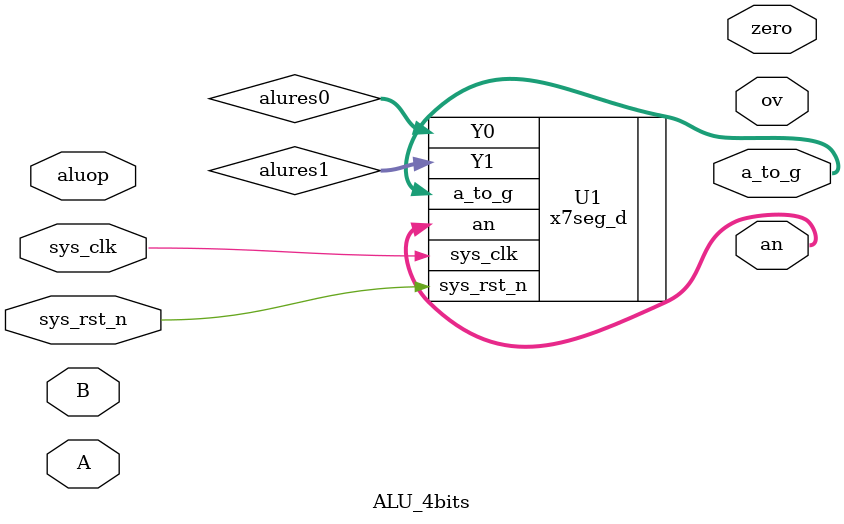
<source format=sv>
`define SIM
module ALU_4bits(
        input sys_clk,
        input sys_rst_n,
        input [3 : 0] A,
        input [3 : 0] B,
        input [3 : 0] aluop,
        output ov,
        output zero,
        output logic    [3 : 0]  an,
        output logic    [7 : 0]  a_to_g
    );
    
    logic [3 : 0] alures0, alures1;

    x7seg_d U1(
    .sys_clk    (sys_clk),
    .sys_rst_n  (sys_rst_n),
    .Y0         (alures0),
    .Y1         (alures1),
    .an         (an),
    .a_to_g     (a_to_g)
    );  
    
endmodule
</source>
